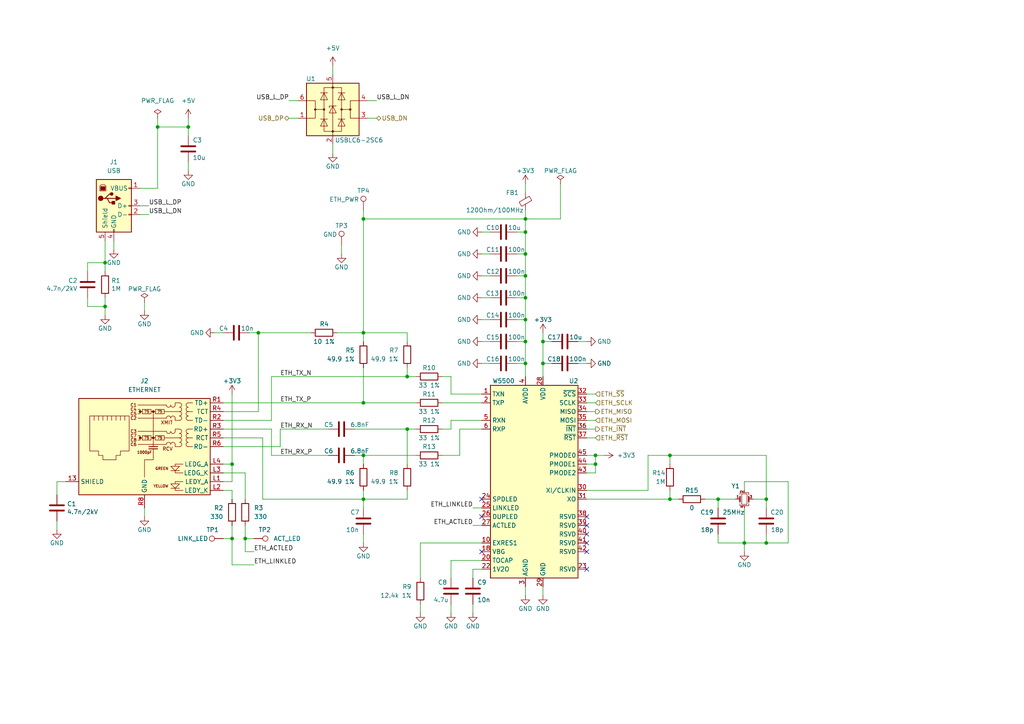
<source format=kicad_sch>
(kicad_sch (version 20211123) (generator eeschema)
  (paper "A4")
  (lib_symbols
    (symbol "Connector:RJ45_Amphenol_RJMG1BD3B8K1ANR"
      (property "Reference" "J" (at 19.05 15.24 0))
      (property "Value" "RJ45_Amphenol_RJMG1BD3B8K1ANR" (at -19.05 15.24 0))
      (symbol "RJ45_Amphenol_RJMG1BD3B8K1ANR_0_0"
        (circle (center -2.54 2.54) (radius 0.254) (stroke (width 0.254)) (fill (type outline)))
        (circle (center -2.54 10.16) (radius 0.254) (stroke (width 0.254)) (fill (type outline)))
        (polyline (pts (xy -7.62 -12.065) (xy -10.16 -12.065)))
        (polyline (pts (xy -7.62 -6.985) (xy -10.16 -6.985)))
        (polyline (pts (xy -2.54 10.16) (xy -2.54 0)))
        (polyline (pts (xy -1.27 -0.635) (xy -3.81 -0.635)) (stroke (width 0.254)))
        (polyline (pts (xy -1.27 0) (xy -3.81 0)) (stroke (width 0.254)))
        (polyline (pts (xy 1.27 2.54) (xy 0.635 2.54)))
        (polyline (pts (xy 1.27 10.16) (xy 0.635 10.16)))
        (polyline (pts (xy -11.176 -12.7) (xy -8.89 -12.7) (xy -8.89 -12.065)))
        (polyline (pts (xy -11.176 -10.16) (xy -8.89 -10.16) (xy -8.89 -10.795)))
        (polyline (pts (xy -11.176 -5.08) (xy -8.89 -5.08) (xy -8.89 -5.715)))
        (polyline (pts (xy -8.89 -6.985) (xy -8.89 -7.62) (xy -11.176 -7.62)))
        (polyline (pts (xy -10.16 -5.715) (xy -7.62 -5.715) (xy -8.89 -6.985) (xy -10.16 -5.715)))
        (polyline (pts (xy -7.62 -10.795) (xy -10.16 -10.795) (xy -8.89 -12.065) (xy -7.62 -10.795)))
        (polyline (pts (xy -2.54 -0.635) (xy -2.54 -3.81) (xy 0 -3.81) (xy 0 -8.89)))
        (polyline (pts (xy 1.905 3.175) (xy 1.27 3.175) (xy 1.27 1.905) (xy 1.905 1.905)))
        (polyline (pts (xy 1.905 10.795) (xy 1.27 10.795) (xy 1.27 9.525) (xy 1.905 9.525)))
        (circle (center 1.27 2.54) (radius 0.254) (stroke (width 0.254)) (fill (type outline)))
        (circle (center 1.27 10.16) (radius 0.254) (stroke (width 0.254)) (fill (type outline)))
        (text "1000pF" (at 0 -1.651 0) (effects (font (size 0.762 0.762))))
        (text "75" (at -4.445 2.54 0) (effects (font (size 0.762 0.762))))
        (text "75" (at -4.445 10.16 0) (effects (font (size 0.762 0.762))))
        (text "75" (at -0.635 2.54 0) (effects (font (size 0.762 0.762))))
        (text "75" (at -0.635 10.16 0) (effects (font (size 0.762 0.762))))
        (text "C1" (at 3.175 12.065 0) (effects (font (size 0.889 0.889))))
        (text "C2" (at 3.175 8.255 0) (effects (font (size 0.889 0.889))))
        (text "C3" (at 3.175 4.445 0) (effects (font (size 0.889 0.889))))
        (text "C4" (at 3.175 10.795 0) (effects (font (size 0.889 0.889))))
        (text "C5" (at 3.175 9.525 0) (effects (font (size 0.889 0.889))))
        (text "C6" (at 3.175 0.635 0) (effects (font (size 0.889 0.889))))
        (text "C7" (at 3.175 3.175 0) (effects (font (size 0.889 0.889))))
        (text "C8" (at 3.175 1.905 0) (effects (font (size 0.889 0.889))))
        (text "GREEN" (at -6.985 -6.35 0) (effects (font (size 0.762 0.762)) (justify left)))
        (text "RCV" (at -8.255 -0.635 0) (effects (font (size 1.016 1.016)) (justify left)))
        (text "XMIT" (at -8.255 6.985 0) (effects (font (size 1.016 1.016)) (justify left)))
        (text "YELLOW" (at -6.985 -11.43 0) (effects (font (size 0.762 0.762)) (justify left)))
      )
      (symbol "RJ45_Amphenol_RJMG1BD3B8K1ANR_0_1"
        (rectangle (start -19.05 -13.97) (end 19.05 13.97) (stroke (width 0.254)) (fill (type background)))
        (arc (start -12.7 0) (mid -12.065 0.635) (end -12.7 1.27))
        (arc (start -12.7 1.27) (mid -12.065 1.905) (end -12.7 2.54))
        (arc (start -12.7 2.54) (mid -12.065 3.175) (end -12.7 3.81))
        (arc (start -12.7 3.81) (mid -12.065 4.445) (end -12.7 5.08))
        (arc (start -12.7 7.62) (mid -12.065 8.255) (end -12.7 8.89))
        (arc (start -12.7 8.89) (mid -12.065 9.525) (end -12.7 10.16))
        (arc (start -12.7 10.16) (mid -12.065 10.795) (end -12.7 11.43))
        (arc (start -12.7 11.43) (mid -12.065 12.065) (end -12.7 12.7))
        (arc (start -10.16 1.27) (mid -10.795 0.635) (end -10.16 0))
        (arc (start -10.16 2.54) (mid -10.795 1.905) (end -10.16 1.27))
        (arc (start -10.16 3.81) (mid -10.795 3.175) (end -10.16 2.54))
        (arc (start -10.16 5.08) (mid -10.795 4.445) (end -10.16 3.81))
        (arc (start -10.16 8.89) (mid -10.795 8.255) (end -10.16 7.62))
        (arc (start -10.16 10.16) (mid -10.795 9.525) (end -10.16 8.89))
        (arc (start -10.16 11.43) (mid -10.795 10.795) (end -10.16 10.16))
        (arc (start -10.16 12.7) (mid -10.795 12.065) (end -10.16 11.43))
        (arc (start -8.89 4.445) (mid -8.255 3.81) (end -7.62 4.445))
        (arc (start -8.89 12.065) (mid -8.255 11.43) (end -7.62 12.065))
        (arc (start -7.62 0.635) (mid -8.255 1.27) (end -8.89 0.635))
        (arc (start -7.62 4.445) (mid -6.985 3.81) (end -6.35 4.445))
        (arc (start -7.62 8.255) (mid -8.255 8.89) (end -8.89 8.255))
        (arc (start -7.62 12.065) (mid -6.985 11.43) (end -6.35 12.065))
        (arc (start -6.35 0.635) (mid -6.985 1.27) (end -7.62 0.635))
        (arc (start -6.35 8.255) (mid -6.985 8.89) (end -7.62 8.255))
        (rectangle (start -5.715 3.175) (end -3.175 1.905))
        (rectangle (start -5.715 10.795) (end -3.175 9.525))
        (rectangle (start -1.905 3.175) (end 0.635 1.905))
        (rectangle (start -1.905 10.795) (end 0.635 9.525))
        (polyline (pts (xy -12.7 0) (xy -13.97 0)))
        (polyline (pts (xy -12.7 2.54) (xy -13.97 2.54)))
        (polyline (pts (xy -12.7 5.08) (xy -13.97 5.08)))
        (polyline (pts (xy -12.7 7.62) (xy -13.97 7.62)))
        (polyline (pts (xy -12.7 10.16) (xy -13.97 10.16)))
        (polyline (pts (xy -12.7 12.7) (xy -13.97 12.7)))
        (polyline (pts (xy -6.35 0.635) (xy 1.905 0.635)))
        (polyline (pts (xy -6.35 4.445) (xy 1.905 4.445)))
        (polyline (pts (xy -6.35 8.255) (xy 1.905 8.255)))
        (polyline (pts (xy -6.35 12.065) (xy 1.905 12.065)))
        (polyline (pts (xy -5.715 2.54) (xy -10.16 2.54)))
        (polyline (pts (xy -5.715 10.16) (xy -10.16 10.16)))
        (polyline (pts (xy -3.175 2.54) (xy -1.905 2.54)))
        (polyline (pts (xy -3.175 10.16) (xy -1.905 10.16)))
        (polyline (pts (xy 5.715 7.62) (xy 5.715 8.89)))
        (polyline (pts (xy 6.985 8.89) (xy 6.985 7.62)))
        (polyline (pts (xy 8.255 8.89) (xy 8.255 7.62)))
        (polyline (pts (xy 9.525 8.89) (xy 9.525 7.62)))
        (polyline (pts (xy 10.795 8.89) (xy 10.795 7.62)))
        (polyline (pts (xy 12.065 8.89) (xy 12.065 7.62)))
        (polyline (pts (xy 13.335 7.62) (xy 13.335 8.89)))
        (polyline (pts (xy 14.605 7.62) (xy 14.605 8.89)))
        (polyline (pts (xy -10.16 5.08) (xy -8.89 5.08) (xy -8.89 4.445)))
        (polyline (pts (xy -10.16 12.7) (xy -8.89 12.7) (xy -8.89 12.065)))
        (polyline (pts (xy -8.89 0.635) (xy -8.89 0) (xy -10.16 0)))
        (polyline (pts (xy -8.89 8.255) (xy -8.89 7.62) (xy -10.16 7.62)))
        (polyline (pts (xy 4.445 8.89) (xy 15.875 8.89) (xy 15.875 -1.27) (xy 13.335 -1.27) (xy 13.335 -2.54) (xy 12.065 -2.54) (xy 12.065 -3.81) (xy 8.255 -3.81) (xy 8.255 -2.54) (xy 6.985 -2.54) (xy 6.985 -1.27) (xy 4.445 -1.27) (xy 4.445 8.89)))
      )
      (symbol "RJ45_Amphenol_RJMG1BD3B8K1ANR_1_1"
        (pin passive line (at 22.86 -10.16 180) (length 3.81) (name "SHIELD") (number "13"))
        (pin passive line (at -22.86 -10.16 0) (length 3.81) (name "LEDY_A") (number "L1"))
        (pin passive line (at -22.86 -12.7 0) (length 3.81) (name "LEDY_K") (number "L2"))
        (pin passive line (at -22.86 -7.62 0) (length 3.81) (name "LEDG_K") (number "L3"))
        (pin passive line (at -22.86 -5.08 0) (length 3.81) (name "LEDG_A") (number "L4"))
        (pin passive line (at -22.86 12.7 0) (length 3.81) (name "TD+") (number "R1"))
        (pin passive line (at -22.86 7.62 0) (length 3.81) (name "TD-") (number "R2"))
        (pin passive line (at -22.86 5.08 0) (length 3.81) (name "RD+") (number "R3"))
        (pin passive line (at -22.86 10.16 0) (length 3.81) (name "TCT") (number "R4"))
        (pin passive line (at -22.86 2.54 0) (length 3.81) (name "RCT") (number "R5"))
        (pin passive line (at -22.86 0 0) (length 3.81) (name "RD-") (number "R6"))
        (pin no_connect line (at 5.08 -5.08 0) (length 0) hide (name "NC") (number "R7"))
        (pin power_in line (at 0 -17.78 90) (length 3.81) (name "GND") (number "R8"))
      )
    )
    (symbol "Connector:TestPoint" (pin_numbers hide) (pin_names (offset 0.762) hide)
      (property "Reference" "TP" (at 0 6.858 0))
      (property "Value" "TestPoint" (at 0 5.08 0))
      (symbol "TestPoint_0_1"
        (circle (center 0 3.302) (radius 0.762))
      )
      (symbol "TestPoint_1_1"
        (pin passive line (at 0 0 90) (length 2.54) (name "1") (number "1"))
      )
    )
    (symbol "Connector:USB_B" (pin_names (offset 1.016))
      (property "Reference" "J" (at -5.08 11.43 0))
      (property "Value" "USB_B" (at -5.08 8.89 0))
      (symbol "USB_B_0_1"
        (rectangle (start -5.08 -7.62) (end 5.08 7.62) (stroke (width 0.254)) (fill (type background)))
        (circle (center -3.81 2.159) (radius 0.635) (stroke (width 0.254)) (fill (type outline)))
        (rectangle (start -3.81 5.588) (end -2.54 4.572) (fill (type outline)))
        (circle (center -0.635 3.429) (radius 0.381) (stroke (width 0.254)) (fill (type outline)))
        (rectangle (start -0.127 -7.62) (end 0.127 -6.858))
        (polyline (pts (xy -1.905 2.159) (xy 0.635 2.159)) (stroke (width 0.254)))
        (polyline (pts (xy -3.175 2.159) (xy -2.54 2.159) (xy -1.27 3.429) (xy -0.635 3.429)) (stroke (width 0.254)))
        (polyline (pts (xy -2.54 2.159) (xy -1.905 2.159) (xy -1.27 0.889) (xy 0 0.889)) (stroke (width 0.254)))
        (polyline (pts (xy 0.635 2.794) (xy 0.635 1.524) (xy 1.905 2.159) (xy 0.635 2.794)) (stroke (width 0.254)) (fill (type outline)))
        (polyline (pts (xy -4.064 4.318) (xy -2.286 4.318) (xy -2.286 5.715) (xy -2.667 6.096) (xy -3.683 6.096) (xy -4.064 5.715) (xy -4.064 4.318)))
        (rectangle (start 0.254 1.27) (end -0.508 0.508) (stroke (width 0.254)) (fill (type outline)))
        (rectangle (start 5.08 -2.667) (end 4.318 -2.413))
        (rectangle (start 5.08 -0.127) (end 4.318 0.127))
        (rectangle (start 5.08 4.953) (end 4.318 5.207))
      )
      (symbol "USB_B_1_1"
        (pin power_out line (at 7.62 5.08 180) (length 2.54) (name "VBUS") (number "1"))
        (pin bidirectional line (at 7.62 -2.54 180) (length 2.54) (name "D-") (number "2"))
        (pin bidirectional line (at 7.62 0 180) (length 2.54) (name "D+") (number "3"))
        (pin power_out line (at 0 -10.16 90) (length 2.54) (name "GND") (number "4"))
        (pin passive line (at -2.54 -10.16 90) (length 2.54) (name "Shield") (number "5"))
      )
    )
    (symbol "Device:C" (pin_numbers hide) (pin_names (offset 0.254))
      (property "Reference" "C" (at 0.635 2.54 0))
      (property "Value" "C" (at 0.635 -2.54 0))
      (symbol "C_0_1"
        (polyline (pts (xy -2.032 -0.762) (xy 2.032 -0.762)) (stroke (width 0.508)))
        (polyline (pts (xy -2.032 0.762) (xy 2.032 0.762)) (stroke (width 0.508)))
      )
      (symbol "C_1_1"
        (pin passive line (at 0 3.81 270) (length 2.794) (name "~") (number "1"))
        (pin passive line (at 0 -3.81 90) (length 2.794) (name "~") (number "2"))
      )
    )
    (symbol "Device:Crystal_GND24_Small" (pin_names (offset 1.016) hide)
      (property "Reference" "Y" (at 1.27 4.445 0))
      (property "Value" "Crystal_GND24_Small" (at 1.27 2.54 0))
      (symbol "Crystal_GND24_Small_0_1"
        (rectangle (start -0.762 -1.524) (end 0.762 1.524))
        (polyline (pts (xy -1.27 -0.762) (xy -1.27 0.762)) (stroke (width 0.381)))
        (polyline (pts (xy 1.27 -0.762) (xy 1.27 0.762)) (stroke (width 0.381)))
        (polyline (pts (xy -1.27 -1.27) (xy -1.27 -1.905) (xy 1.27 -1.905) (xy 1.27 -1.27)))
        (polyline (pts (xy -1.27 1.27) (xy -1.27 1.905) (xy 1.27 1.905) (xy 1.27 1.27)))
      )
      (symbol "Crystal_GND24_Small_1_1"
        (pin passive line (at -2.54 0 0) (length 1.27) (name "1") (number "1"))
        (pin passive line (at 0 -2.54 90) (length 0.635) (name "2") (number "2"))
        (pin passive line (at 2.54 0 180) (length 1.27) (name "3") (number "3"))
        (pin passive line (at 0 2.54 270) (length 0.635) (name "4") (number "4"))
      )
    )
    (symbol "Device:FerriteBead_Small" (pin_numbers hide) (pin_names (offset 0))
      (property "Reference" "FB" (at 1.905 1.27 0))
      (property "Value" "FerriteBead_Small" (at 1.905 -1.27 0))
      (symbol "FerriteBead_Small_0_1"
        (polyline (pts (xy 0 -1.27) (xy 0 -0.7874)))
        (polyline (pts (xy 0 0.889) (xy 0 1.2954)))
        (polyline (pts (xy -1.8288 0.2794) (xy -1.1176 1.4986) (xy 1.8288 -0.2032) (xy 1.1176 -1.4224) (xy -1.8288 0.2794)))
      )
      (symbol "FerriteBead_Small_1_1"
        (pin passive line (at 0 2.54 270) (length 1.27) (name "~") (number "1"))
        (pin passive line (at 0 -2.54 90) (length 1.27) (name "~") (number "2"))
      )
    )
    (symbol "Device:R" (pin_numbers hide) (pin_names (offset 0))
      (property "Reference" "R" (at 2.032 0 90))
      (property "Value" "R" (at 0 0 90))
      (symbol "R_0_1"
        (rectangle (start -1.016 -2.54) (end 1.016 2.54) (stroke (width 0.254)))
      )
      (symbol "R_1_1"
        (pin passive line (at 0 3.81 270) (length 1.27) (name "~") (number "1"))
        (pin passive line (at 0 -3.81 90) (length 1.27) (name "~") (number "2"))
      )
    )
    (symbol "Interface_Ethernet:W5500"
      (property "Reference" "U" (at -11.43 29.21 0))
      (property "Value" "W5500" (at 8.89 29.21 0))
      (symbol "W5500_0_1"
        (rectangle (start -12.7 27.94) (end 12.7 -27.94) (stroke (width 0.254)) (fill (type background)))
      )
      (symbol "W5500_1_1"
        (pin output line (at 15.24 25.4 180) (length 2.54) (name "TXN") (number "1"))
        (pin passive line (at 15.24 -17.78 180) (length 2.54) (name "EXRES1") (number "10"))
        (pin passive line (at 2.54 30.48 270) (length 2.54) hide (name "AVDD") (number "11"))
        (pin no_connect line (at 12.7 7.62 180) (length 2.54) hide (name "NC") (number "12"))
        (pin no_connect line (at 12.7 5.08 180) (length 2.54) hide (name "NC") (number "13"))
        (pin passive line (at 2.54 -30.48 90) (length 2.54) hide (name "AGND") (number "14"))
        (pin passive line (at 2.54 30.48 270) (length 2.54) hide (name "AVDD") (number "15"))
        (pin passive line (at 2.54 -30.48 90) (length 2.54) hide (name "AGND") (number "16"))
        (pin passive line (at 2.54 30.48 270) (length 2.54) hide (name "AVDD") (number "17"))
        (pin passive line (at 15.24 -20.32 180) (length 2.54) (name "VBG") (number "18"))
        (pin passive line (at 2.54 -30.48 90) (length 2.54) hide (name "AGND") (number "19"))
        (pin output line (at 15.24 22.86 180) (length 2.54) (name "TXP") (number "2"))
        (pin passive line (at 15.24 -22.86 180) (length 2.54) (name "TOCAP") (number "20"))
        (pin passive line (at 2.54 30.48 270) (length 2.54) hide (name "AVDD") (number "21"))
        (pin output line (at 15.24 -25.4 180) (length 2.54) (name "1V2O") (number "22"))
        (pin input line (at -15.24 -25.4 0) (length 2.54) (name "RSVD") (number "23"))
        (pin output line (at 15.24 -5.08 180) (length 2.54) (name "SPDLED") (number "24"))
        (pin output line (at 15.24 -7.62 180) (length 2.54) (name "LINKLED") (number "25"))
        (pin output line (at 15.24 -10.16 180) (length 2.54) (name "DUPLED") (number "26"))
        (pin output line (at 15.24 -12.7 180) (length 2.54) (name "ACTLED") (number "27"))
        (pin power_in line (at -2.54 30.48 270) (length 2.54) (name "VDD") (number "28"))
        (pin power_in line (at -2.54 -30.48 90) (length 2.54) (name "GND") (number "29"))
        (pin power_in line (at 2.54 -30.48 90) (length 2.54) (name "AGND") (number "3"))
        (pin input line (at -15.24 -2.54 0) (length 2.54) (name "XI/CLKIN") (number "30"))
        (pin output line (at -15.24 -5.08 0) (length 2.54) (name "XO") (number "31"))
        (pin input line (at -15.24 25.4 0) (length 2.54) (name "~{SCS}") (number "32"))
        (pin input line (at -15.24 22.86 0) (length 2.54) (name "SCLK") (number "33"))
        (pin output line (at -15.24 20.32 0) (length 2.54) (name "MISO") (number "34"))
        (pin input line (at -15.24 17.78 0) (length 2.54) (name "MOSI") (number "35"))
        (pin input line (at -15.24 15.24 0) (length 2.54) (name "~{INT}") (number "36"))
        (pin input line (at -15.24 12.7 0) (length 2.54) (name "~{RST}") (number "37"))
        (pin input line (at -15.24 -10.16 0) (length 2.54) (name "RSVD") (number "38"))
        (pin input line (at -15.24 -12.7 0) (length 2.54) (name "RSVD") (number "39"))
        (pin power_in line (at 2.54 30.48 270) (length 2.54) (name "AVDD") (number "4"))
        (pin input line (at -15.24 -15.24 0) (length 2.54) (name "RSVD") (number "40"))
        (pin input line (at -15.24 -17.78 0) (length 2.54) (name "RSVD") (number "41"))
        (pin input line (at -15.24 -20.32 0) (length 2.54) (name "RSVD") (number "42"))
        (pin input line (at -15.24 2.54 0) (length 2.54) (name "PMODE2") (number "43"))
        (pin input line (at -15.24 5.08 0) (length 2.54) (name "PMODE1") (number "44"))
        (pin input line (at -15.24 7.62 0) (length 2.54) (name "PMODE0") (number "45"))
        (pin no_connect line (at 12.7 2.54 180) (length 2.54) hide (name "NC") (number "46"))
        (pin no_connect line (at 12.7 0 180) (length 2.54) hide (name "NC") (number "47"))
        (pin passive line (at 2.54 -30.48 90) (length 2.54) hide (name "AGND") (number "48"))
        (pin input line (at 15.24 17.78 180) (length 2.54) (name "RXN") (number "5"))
        (pin input line (at 15.24 15.24 180) (length 2.54) (name "RXP") (number "6"))
        (pin no_connect line (at 12.7 10.16 180) (length 2.54) hide (name "DNC") (number "7"))
        (pin passive line (at 2.54 30.48 270) (length 2.54) hide (name "AVDD") (number "8"))
        (pin passive line (at 2.54 -30.48 90) (length 2.54) hide (name "AGND") (number "9"))
      )
    )
    (symbol "Power_Protection:USBLC6-2SC6" (pin_names hide)
      (property "Reference" "U" (at 2.54 8.89 0))
      (property "Value" "USBLC6-2SC6" (at 2.54 -8.89 0))
      (symbol "USBLC6-2SC6_0_1"
        (rectangle (start -7.62 -7.62) (end 7.62 7.62) (stroke (width 0.254)) (fill (type background)))
        (circle (center -5.08 0) (radius 0.254) (fill (type outline)))
        (circle (center -2.54 0) (radius 0.254) (fill (type outline)))
        (rectangle (start -2.54 6.35) (end 2.54 -6.35))
        (circle (center 0 -6.35) (radius 0.254) (fill (type outline)))
        (polyline (pts (xy -5.08 -2.54) (xy -7.62 -2.54)))
        (polyline (pts (xy -5.08 0) (xy -5.08 -2.54)))
        (polyline (pts (xy -5.08 2.54) (xy -7.62 2.54)))
        (polyline (pts (xy -1.524 -2.794) (xy -3.556 -2.794)))
        (polyline (pts (xy -1.524 4.826) (xy -3.556 4.826)))
        (polyline (pts (xy 0 -7.62) (xy 0 -6.35)))
        (polyline (pts (xy 0 -6.35) (xy 0 1.27)))
        (polyline (pts (xy 0 1.27) (xy 0 6.35)))
        (polyline (pts (xy 0 6.35) (xy 0 7.62)))
        (polyline (pts (xy 1.524 -2.794) (xy 3.556 -2.794)))
        (polyline (pts (xy 1.524 4.826) (xy 3.556 4.826)))
        (polyline (pts (xy 5.08 -2.54) (xy 7.62 -2.54)))
        (polyline (pts (xy 5.08 0) (xy 5.08 -2.54)))
        (polyline (pts (xy 5.08 2.54) (xy 7.62 2.54)))
        (polyline (pts (xy -2.54 0) (xy -5.08 0) (xy -5.08 2.54)))
        (polyline (pts (xy 2.54 0) (xy 5.08 0) (xy 5.08 2.54)))
        (polyline (pts (xy -3.556 -4.826) (xy -1.524 -4.826) (xy -2.54 -2.794) (xy -3.556 -4.826)))
        (polyline (pts (xy -3.556 2.794) (xy -1.524 2.794) (xy -2.54 4.826) (xy -3.556 2.794)))
        (polyline (pts (xy -1.016 -1.016) (xy 1.016 -1.016) (xy 0 1.016) (xy -1.016 -1.016)))
        (polyline (pts (xy 1.016 1.016) (xy 0.762 1.016) (xy -1.016 1.016) (xy -1.016 0.508)))
        (polyline (pts (xy 3.556 -4.826) (xy 1.524 -4.826) (xy 2.54 -2.794) (xy 3.556 -4.826)))
        (polyline (pts (xy 3.556 2.794) (xy 1.524 2.794) (xy 2.54 4.826) (xy 3.556 2.794)))
        (circle (center 0 6.35) (radius 0.254) (fill (type outline)))
        (circle (center 2.54 0) (radius 0.254) (fill (type outline)))
        (circle (center 5.08 0) (radius 0.254) (fill (type outline)))
      )
      (symbol "USBLC6-2SC6_1_1"
        (pin passive line (at -10.16 -2.54 0) (length 2.54) (name "I/O1") (number "1"))
        (pin passive line (at 0 -10.16 90) (length 2.54) (name "GND") (number "2"))
        (pin passive line (at 10.16 -2.54 180) (length 2.54) (name "I/O2") (number "3"))
        (pin passive line (at 10.16 2.54 180) (length 2.54) (name "I/O2") (number "4"))
        (pin passive line (at 0 10.16 270) (length 2.54) (name "VBUS") (number "5"))
        (pin passive line (at -10.16 2.54 0) (length 2.54) (name "I/O1") (number "6"))
      )
    )
    (symbol "power:+3V3" (power) (pin_names (offset 0))
      (property "Value" "+3V3" (at 0 3.556 0))
      (symbol "+3V3_0_1"
        (polyline (pts (xy -0.762 1.27) (xy 0 2.54)))
        (polyline (pts (xy 0 0) (xy 0 2.54)))
        (polyline (pts (xy 0 2.54) (xy 0.762 1.27)))
      )
      (symbol "+3V3_1_1"
        (pin power_in line (at 0 0 90) (length 0) hide (name "+3V3") (number "1"))
      )
    )
    (symbol "power:+5V" (power) (pin_names (offset 0))
      (property "Value" "+5V" (at 0 3.556 0))
      (symbol "+5V_0_1"
        (polyline (pts (xy -0.762 1.27) (xy 0 2.54)))
        (polyline (pts (xy 0 0) (xy 0 2.54)))
        (polyline (pts (xy 0 2.54) (xy 0.762 1.27)))
      )
      (symbol "+5V_1_1"
        (pin power_in line (at 0 0 90) (length 0) hide (name "+5V") (number "1"))
      )
    )
    (symbol "power:GND" (power) (pin_names (offset 0))
      (property "Value" "GND" (at 0 -3.81 0))
      (symbol "GND_0_1"
        (polyline (pts (xy 0 0) (xy 0 -1.27) (xy 1.27 -1.27) (xy 0 -2.54) (xy -1.27 -1.27) (xy 0 -1.27)))
      )
      (symbol "GND_1_1"
        (pin power_in line (at 0 0 270) (length 0) hide (name "GND") (number "1"))
      )
    )
    (symbol "power:PWR_FLAG" (power) (pin_numbers hide) (pin_names (offset 0) hide)
      (property "Value" "PWR_FLAG" (at 0 3.81 0))
      (symbol "PWR_FLAG_0_0"
        (pin power_out line (at 0 0 90) (length 0) (name "pwr") (number "1"))
      )
      (symbol "PWR_FLAG_0_1"
        (polyline (pts (xy 0 0) (xy 0 1.27) (xy -1.016 1.905) (xy 0 2.54) (xy 1.016 1.905) (xy 0 1.27)))
      )
    )
  )
  (junction (at 67.31 156.21) (diameter 0.9144))
  (junction (at 172.72 132.08) (diameter 0.9144))
  (junction (at 152.4 63.5) (diameter 0.9144))
  (junction (at 172.72 134.62) (diameter 0.9144))
  (junction (at 118.11 109.22) (diameter 0.9144))
  (junction (at 194.31 132.08) (diameter 0.9144))
  (junction (at 45.72 36.83) (diameter 0.9144))
  (junction (at 152.4 99.06) (diameter 0.9144))
  (junction (at 222.25 157.48) (diameter 0.9144))
  (junction (at 105.41 116.84) (diameter 0.9144))
  (junction (at 105.41 144.78) (diameter 0.9144))
  (junction (at 152.4 73.66) (diameter 0.9144))
  (junction (at 152.4 105.41) (diameter 0.9144))
  (junction (at 74.93 96.52) (diameter 0.9144))
  (junction (at 105.41 63.5) (diameter 0.9144))
  (junction (at 71.12 156.21) (diameter 0.9144))
  (junction (at 30.48 76.2) (diameter 0.9144))
  (junction (at 222.25 144.78) (diameter 0.9144))
  (junction (at 105.41 96.52) (diameter 0.9144))
  (junction (at 215.9 157.48) (diameter 0.9144))
  (junction (at 152.4 67.31) (diameter 0.9144))
  (junction (at 194.31 144.78) (diameter 0.9144))
  (junction (at 54.61 36.83) (diameter 0.9144))
  (junction (at 67.31 134.62) (diameter 0.9144))
  (junction (at 152.4 86.36) (diameter 0.9144))
  (junction (at 157.48 105.41) (diameter 0.9144))
  (junction (at 105.41 132.08) (diameter 0.9144))
  (junction (at 30.48 88.9) (diameter 0.9144))
  (junction (at 208.28 144.78) (diameter 0.9144))
  (junction (at 157.48 99.06) (diameter 0.9144))
  (junction (at 118.11 124.46) (diameter 0.9144))
  (junction (at 152.4 80.01) (diameter 0.9144))
  (junction (at 152.4 92.71) (diameter 0.9144))
  (no_connect (at 139.7 144.78))
  (no_connect (at 139.7 149.86))
  (no_connect (at 170.18 160.02))
  (no_connect (at 170.18 157.48))
  (no_connect (at 170.18 154.94))
  (no_connect (at 170.18 149.86))
  (no_connect (at 139.7 160.02))
  (no_connect (at 170.18 152.4))
  (no_connect (at 170.18 165.1))
  (wire (pts (xy 74.93 96.52) (xy 74.93 119.38)))
  (wire (pts (xy 228.6 157.48) (xy 222.25 157.48)))
  (wire (pts (xy 78.74 121.92) (xy 78.74 109.22)))
  (wire (pts (xy 194.31 132.08) (xy 194.31 134.62)))
  (wire (pts (xy 152.4 86.36) (xy 149.86 86.36)))
  (wire (pts (xy 152.4 63.5) (xy 162.56 63.5)))
  (wire (pts (xy 40.64 59.69) (xy 43.18 59.69)))
  (wire (pts (xy 83.82 34.29) (xy 86.36 34.29)))
  (wire (pts (xy 105.41 63.5) (xy 105.41 96.52)))
  (wire (pts (xy 172.72 134.62) (xy 170.18 134.62)))
  (wire (pts (xy 149.86 67.31) (xy 152.4 67.31)))
  (wire (pts (xy 137.16 175.26) (xy 137.16 177.8)))
  (wire (pts (xy 105.41 144.78) (xy 105.41 142.24)))
  (wire (pts (xy 218.44 144.78) (xy 222.25 144.78)))
  (wire (pts (xy 130.81 124.46) (xy 128.27 124.46)))
  (wire (pts (xy 74.93 96.52) (xy 72.39 96.52)))
  (wire (pts (xy 30.48 88.9) (xy 30.48 91.44)))
  (wire (pts (xy 105.41 60.96) (xy 105.41 63.5)))
  (wire (pts (xy 215.9 157.48) (xy 215.9 160.02)))
  (wire (pts (xy 208.28 144.78) (xy 208.28 147.32)))
  (wire (pts (xy 170.18 105.41) (xy 167.64 105.41)))
  (wire (pts (xy 81.28 124.46) (xy 81.28 129.54)))
  (wire (pts (xy 40.64 54.61) (xy 45.72 54.61)))
  (wire (pts (xy 54.61 36.83) (xy 54.61 39.37)))
  (wire (pts (xy 194.31 132.08) (xy 187.96 132.08)))
  (wire (pts (xy 118.11 96.52) (xy 105.41 96.52)))
  (wire (pts (xy 67.31 114.3) (xy 67.31 134.62)))
  (wire (pts (xy 139.7 80.01) (xy 142.24 80.01)))
  (wire (pts (xy 67.31 152.4) (xy 67.31 156.21)))
  (wire (pts (xy 78.74 132.08) (xy 78.74 124.46)))
  (wire (pts (xy 130.81 114.3) (xy 130.81 109.22)))
  (wire (pts (xy 152.4 60.96) (xy 152.4 63.5)))
  (wire (pts (xy 71.12 156.21) (xy 73.66 156.21)))
  (wire (pts (xy 64.77 137.16) (xy 71.12 137.16)))
  (wire (pts (xy 152.4 86.36) (xy 152.4 80.01)))
  (wire (pts (xy 152.4 63.5) (xy 105.41 63.5)))
  (wire (pts (xy 67.31 142.24) (xy 67.31 144.78)))
  (wire (pts (xy 228.6 139.7) (xy 228.6 157.48)))
  (wire (pts (xy 215.9 147.32) (xy 215.9 157.48)))
  (wire (pts (xy 30.48 88.9) (xy 30.48 86.36)))
  (wire (pts (xy 175.26 132.08) (xy 172.72 132.08)))
  (wire (pts (xy 139.7 121.92) (xy 130.81 121.92)))
  (wire (pts (xy 157.48 96.52) (xy 157.48 99.06)))
  (wire (pts (xy 73.66 163.83) (xy 67.31 163.83)))
  (wire (pts (xy 95.25 132.08) (xy 78.74 132.08)))
  (wire (pts (xy 67.31 134.62) (xy 64.77 134.62)))
  (wire (pts (xy 120.65 109.22) (xy 118.11 109.22)))
  (wire (pts (xy 157.48 109.22) (xy 157.48 105.41)))
  (wire (pts (xy 133.35 132.08) (xy 128.27 132.08)))
  (wire (pts (xy 152.4 73.66) (xy 149.86 73.66)))
  (wire (pts (xy 152.4 105.41) (xy 149.86 105.41)))
  (wire (pts (xy 152.4 99.06) (xy 149.86 99.06)))
  (wire (pts (xy 162.56 63.5) (xy 162.56 53.34)))
  (wire (pts (xy 120.65 132.08) (xy 105.41 132.08)))
  (wire (pts (xy 222.25 132.08) (xy 194.31 132.08)))
  (wire (pts (xy 172.72 127) (xy 170.18 127)))
  (wire (pts (xy 137.16 165.1) (xy 139.7 165.1)))
  (wire (pts (xy 45.72 36.83) (xy 54.61 36.83)))
  (wire (pts (xy 194.31 144.78) (xy 170.18 144.78)))
  (wire (pts (xy 64.77 96.52) (xy 62.23 96.52)))
  (wire (pts (xy 139.7 147.32) (xy 137.16 147.32)))
  (wire (pts (xy 196.85 144.78) (xy 194.31 144.78)))
  (wire (pts (xy 139.7 116.84) (xy 128.27 116.84)))
  (wire (pts (xy 130.81 121.92) (xy 130.81 124.46)))
  (wire (pts (xy 139.7 124.46) (xy 133.35 124.46)))
  (wire (pts (xy 64.77 121.92) (xy 78.74 121.92)))
  (wire (pts (xy 157.48 99.06) (xy 160.02 99.06)))
  (wire (pts (xy 187.96 132.08) (xy 187.96 142.24)))
  (wire (pts (xy 139.7 157.48) (xy 121.92 157.48)))
  (wire (pts (xy 170.18 137.16) (xy 172.72 137.16)))
  (wire (pts (xy 41.91 147.32) (xy 41.91 149.86)))
  (wire (pts (xy 105.41 96.52) (xy 97.79 96.52)))
  (wire (pts (xy 106.68 29.21) (xy 109.22 29.21)))
  (wire (pts (xy 118.11 99.06) (xy 118.11 96.52)))
  (wire (pts (xy 81.28 129.54) (xy 64.77 129.54)))
  (wire (pts (xy 222.25 144.78) (xy 222.25 132.08)))
  (wire (pts (xy 25.4 78.74) (xy 25.4 76.2)))
  (wire (pts (xy 170.18 99.06) (xy 167.64 99.06)))
  (wire (pts (xy 160.02 105.41) (xy 157.48 105.41)))
  (wire (pts (xy 222.25 144.78) (xy 222.25 147.32)))
  (wire (pts (xy 67.31 156.21) (xy 67.31 163.83)))
  (wire (pts (xy 152.4 99.06) (xy 152.4 92.71)))
  (wire (pts (xy 121.92 157.48) (xy 121.92 167.64)))
  (wire (pts (xy 95.25 124.46) (xy 81.28 124.46)))
  (wire (pts (xy 157.48 105.41) (xy 157.48 99.06)))
  (wire (pts (xy 105.41 144.78) (xy 105.41 147.32)))
  (wire (pts (xy 105.41 154.94) (xy 105.41 157.48)))
  (wire (pts (xy 105.41 96.52) (xy 105.41 99.06)))
  (wire (pts (xy 71.12 137.16) (xy 71.12 144.78)))
  (wire (pts (xy 152.4 170.18) (xy 152.4 172.72)))
  (wire (pts (xy 64.77 156.21) (xy 67.31 156.21)))
  (wire (pts (xy 96.52 19.05) (xy 96.52 21.59)))
  (wire (pts (xy 172.72 114.3) (xy 170.18 114.3)))
  (wire (pts (xy 213.36 144.78) (xy 208.28 144.78)))
  (wire (pts (xy 172.72 137.16) (xy 172.72 134.62)))
  (wire (pts (xy 139.7 105.41) (xy 142.24 105.41)))
  (wire (pts (xy 133.35 124.46) (xy 133.35 132.08)))
  (wire (pts (xy 76.2 127) (xy 64.77 127)))
  (wire (pts (xy 83.82 29.21) (xy 86.36 29.21)))
  (wire (pts (xy 54.61 46.99) (xy 54.61 49.53)))
  (wire (pts (xy 25.4 86.36) (xy 25.4 88.9)))
  (wire (pts (xy 137.16 167.64) (xy 137.16 165.1)))
  (wire (pts (xy 208.28 157.48) (xy 208.28 154.94)))
  (wire (pts (xy 152.4 80.01) (xy 152.4 73.66)))
  (wire (pts (xy 74.93 119.38) (xy 64.77 119.38)))
  (wire (pts (xy 118.11 124.46) (xy 118.11 134.62)))
  (wire (pts (xy 40.64 62.23) (xy 43.18 62.23)))
  (wire (pts (xy 215.9 142.24) (xy 215.9 139.7)))
  (wire (pts (xy 67.31 139.7) (xy 67.31 134.62)))
  (wire (pts (xy 96.52 41.91) (xy 96.52 44.45)))
  (wire (pts (xy 215.9 139.7) (xy 228.6 139.7)))
  (wire (pts (xy 64.77 142.24) (xy 67.31 142.24)))
  (wire (pts (xy 172.72 116.84) (xy 170.18 116.84)))
  (wire (pts (xy 30.48 69.85) (xy 30.48 76.2)))
  (wire (pts (xy 152.4 67.31) (xy 152.4 73.66)))
  (wire (pts (xy 139.7 99.06) (xy 142.24 99.06)))
  (wire (pts (xy 45.72 34.29) (xy 45.72 36.83)))
  (wire (pts (xy 16.51 151.13) (xy 16.51 153.67)))
  (wire (pts (xy 139.7 86.36) (xy 142.24 86.36)))
  (wire (pts (xy 41.91 87.63) (xy 41.91 90.17)))
  (wire (pts (xy 76.2 144.78) (xy 76.2 127)))
  (wire (pts (xy 172.72 132.08) (xy 170.18 132.08)))
  (wire (pts (xy 152.4 109.22) (xy 152.4 105.41)))
  (wire (pts (xy 152.4 53.34) (xy 152.4 55.88)))
  (wire (pts (xy 73.66 160.02) (xy 71.12 160.02)))
  (wire (pts (xy 194.31 142.24) (xy 194.31 144.78)))
  (wire (pts (xy 19.05 139.7) (xy 16.51 139.7)))
  (wire (pts (xy 172.72 124.46) (xy 170.18 124.46)))
  (wire (pts (xy 142.24 67.31) (xy 139.7 67.31)))
  (wire (pts (xy 152.4 92.71) (xy 152.4 86.36)))
  (wire (pts (xy 118.11 144.78) (xy 105.41 144.78)))
  (wire (pts (xy 139.7 114.3) (xy 130.81 114.3)))
  (wire (pts (xy 118.11 124.46) (xy 102.87 124.46)))
  (wire (pts (xy 172.72 134.62) (xy 172.72 132.08)))
  (wire (pts (xy 16.51 139.7) (xy 16.51 143.51)))
  (wire (pts (xy 33.02 69.85) (xy 33.02 72.39)))
  (wire (pts (xy 172.72 121.92) (xy 170.18 121.92)))
  (wire (pts (xy 64.77 116.84) (xy 105.41 116.84)))
  (wire (pts (xy 106.68 34.29) (xy 109.22 34.29)))
  (wire (pts (xy 187.96 142.24) (xy 170.18 142.24)))
  (wire (pts (xy 139.7 73.66) (xy 142.24 73.66)))
  (wire (pts (xy 118.11 142.24) (xy 118.11 144.78)))
  (wire (pts (xy 105.41 106.68) (xy 105.41 116.84)))
  (wire (pts (xy 130.81 109.22) (xy 128.27 109.22)))
  (wire (pts (xy 152.4 105.41) (xy 152.4 99.06)))
  (wire (pts (xy 120.65 124.46) (xy 118.11 124.46)))
  (wire (pts (xy 152.4 80.01) (xy 149.86 80.01)))
  (wire (pts (xy 130.81 175.26) (xy 130.81 177.8)))
  (wire (pts (xy 215.9 157.48) (xy 222.25 157.48)))
  (wire (pts (xy 25.4 76.2) (xy 30.48 76.2)))
  (wire (pts (xy 25.4 88.9) (xy 30.48 88.9)))
  (wire (pts (xy 139.7 152.4) (xy 137.16 152.4)))
  (wire (pts (xy 139.7 92.71) (xy 142.24 92.71)))
  (wire (pts (xy 222.25 157.48) (xy 222.25 154.94)))
  (wire (pts (xy 157.48 170.18) (xy 157.48 172.72)))
  (wire (pts (xy 105.41 144.78) (xy 76.2 144.78)))
  (wire (pts (xy 118.11 109.22) (xy 78.74 109.22)))
  (wire (pts (xy 152.4 67.31) (xy 152.4 63.5)))
  (wire (pts (xy 45.72 54.61) (xy 45.72 36.83)))
  (wire (pts (xy 120.65 116.84) (xy 105.41 116.84)))
  (wire (pts (xy 152.4 92.71) (xy 149.86 92.71)))
  (wire (pts (xy 208.28 144.78) (xy 204.47 144.78)))
  (wire (pts (xy 105.41 132.08) (xy 102.87 132.08)))
  (wire (pts (xy 78.74 124.46) (xy 64.77 124.46)))
  (wire (pts (xy 30.48 76.2) (xy 30.48 78.74)))
  (wire (pts (xy 90.17 96.52) (xy 74.93 96.52)))
  (wire (pts (xy 172.72 119.38) (xy 170.18 119.38)))
  (wire (pts (xy 130.81 162.56) (xy 130.81 167.64)))
  (wire (pts (xy 71.12 152.4) (xy 71.12 156.21)))
  (wire (pts (xy 71.12 156.21) (xy 71.12 160.02)))
  (wire (pts (xy 118.11 109.22) (xy 118.11 106.68)))
  (wire (pts (xy 139.7 162.56) (xy 130.81 162.56)))
  (wire (pts (xy 121.92 175.26) (xy 121.92 177.8)))
  (wire (pts (xy 64.77 139.7) (xy 67.31 139.7)))
  (wire (pts (xy 105.41 132.08) (xy 105.41 134.62)))
  (wire (pts (xy 99.06 71.12) (xy 99.06 73.66)))
  (wire (pts (xy 215.9 157.48) (xy 208.28 157.48)))
  (wire (pts (xy 54.61 34.29) (xy 54.61 36.83)))
  (label "USB_L_DP" (at 43.18 59.69 0))
  (label "ETH_RX_P" (at 81.28 132.08 0))
  (label "USB_L_DN" (at 109.22 29.21 0))
  (label "USB_L_DP" (at 83.82 29.21 180))
  (label "ETH_ACTLED" (at 137.16 152.4 180))
  (label "ETH_LINKLED" (at 137.16 147.32 180))
  (label "ETH_TX_P" (at 81.28 116.84 0))
  (label "ETH_LINKLED" (at 73.66 163.83 0))
  (label "ETH_ACTLED" (at 73.66 160.02 0))
  (label "ETH_RX_N" (at 81.28 124.46 0))
  (label "USB_L_DN" (at 43.18 62.23 0))
  (label "ETH_TX_N" (at 81.28 109.22 0))
  (hierarchical_label "ETH_MISO" (shape output) (at 172.72 119.38 0))
  (hierarchical_label "ETH_MOSI" (shape input) (at 172.72 121.92 0))
  (hierarchical_label "USB_DN" (shape bidirectional) (at 109.22 34.29 0))
  (hierarchical_label "ETH_~{RST}" (shape input) (at 172.72 127 0))
  (hierarchical_label "USB_DP" (shape bidirectional) (at 83.82 34.29 180))
  (hierarchical_label "ETH_SCLK" (shape input) (at 172.72 116.84 0))
  (hierarchical_label "ETH_~{SS}" (shape input) (at 172.72 114.3 0))
  (hierarchical_label "ETH_~{INT}" (shape output) (at 172.72 124.46 0))
  (symbol (lib_id "power:GND") (at 41.91 90.17 0) (unit 1)
    (property "Reference" "#PWR04" (effects hide))
    (property "Value" "GND" (at 41.91 93.98 0))
  )
  (symbol (lib_id "power:GND") (at 152.4 172.72 0) (mirror y) (unit 1)
    (property "Reference" "#PWR025" (effects hide))
    (property "Value" "GND" (at 152.4 176.53 0))
  )
  (symbol (lib_id "Device:R") (at 67.31 148.59 0) (mirror y) (unit 1)
    (property "Reference" "R2" (at 64.77 147.3199 0) (effects (justify left)))
    (property "Value" "330" (at 64.77 149.8599 0) (effects (justify left)))
    (property "Footprint" "Resistor_SMD:R_0402_1005Metric" (effects hide))
  )
  (symbol (lib_id "Device:C") (at 146.05 92.71 90) (unit 1)
    (property "Reference" "C14" (at 140.9701 91.44 90) (effects (justify right)))
    (property "Value" "100n" (at 147.3201 91.44 90) (effects (justify right)))
    (property "Footprint" "Capacitor_SMD:C_0402_1005Metric" (effects hide))
  )
  (symbol (lib_id "Device:R") (at 124.46 109.22 270) (mirror x) (unit 1)
    (property "Reference" "R10" (at 124.46 106.68 90))
    (property "Value" "33 1%" (at 124.46 111.76 90))
    (property "Footprint" "Resistor_SMD:R_0603_1608Metric" (effects hide))
  )
  (symbol (lib_id "power:+3V3") (at 157.48 96.52 0) (mirror y) (unit 1)
    (property "Reference" "#PWR026" (effects hide))
    (property "Value" "+3V3" (at 157.48 92.71 0))
  )
  (symbol (lib_id "Device:C") (at 25.4 82.55 0) (mirror x) (unit 1)
    (property "Reference" "C2" (at 22.479 81.3816 0) (effects (justify right)))
    (property "Value" "4.7n/2kV" (at 22.479 83.693 0) (effects (justify right)))
    (property "Footprint" "Capacitor_SMD:C_1812_4532Metric" (effects hide))
    (property "Part Number" "202S43W472KV4E" (effects hide))
  )
  (symbol (lib_id "Device:FerriteBead_Small") (at 152.4 58.42 0) (mirror y) (unit 1)
    (property "Reference" "FB1" (at 148.59 55.88 0))
    (property "Value" "120Ohm/100MHz" (at 143.51 60.96 0))
    (property "Footprint" "Inductor_SMD:L_0805_2012Metric" (effects hide))
  )
  (symbol (lib_id "Device:R") (at 124.46 132.08 270) (mirror x) (unit 1)
    (property "Reference" "R13" (at 124.46 129.54 90))
    (property "Value" "33 1%" (at 124.46 134.62 90))
    (property "Footprint" "Resistor_SMD:R_0603_1608Metric" (effects hide))
  )
  (symbol (lib_id "Device:R") (at 200.66 144.78 270) (mirror x) (unit 1)
    (property "Reference" "R15" (at 200.66 142.24 90))
    (property "Value" "0" (at 200.66 147.32 90))
    (property "Footprint" "Resistor_SMD:R_0402_1005Metric" (effects hide))
  )
  (symbol (lib_id "power:+5V") (at 54.61 34.29 0) (unit 1)
    (property "Reference" "#PWR06" (effects hide))
    (property "Value" "+5V" (at 54.61 29.21 0))
  )
  (symbol (lib_id "Device:R") (at 105.41 102.87 0) (mirror y) (unit 1)
    (property "Reference" "R5" (at 102.87 101.5999 0) (effects (justify left)))
    (property "Value" "49.9 1%" (at 102.87 104.1399 0) (effects (justify left)))
    (property "Footprint" "Resistor_SMD:R_0603_1608Metric" (effects hide))
  )
  (symbol (lib_id "Device:C") (at 146.05 80.01 90) (unit 1)
    (property "Reference" "C12" (at 140.9701 78.74 90) (effects (justify right)))
    (property "Value" "100n" (at 147.3201 78.74 90) (effects (justify right)))
    (property "Footprint" "Capacitor_SMD:C_0402_1005Metric" (effects hide))
  )
  (symbol (lib_id "Device:C") (at 146.05 99.06 90) (unit 1)
    (property "Reference" "C15" (at 140.9701 97.79 90) (effects (justify right)))
    (property "Value" "100n" (at 147.3201 97.79 90) (effects (justify right)))
    (property "Footprint" "Capacitor_SMD:C_0402_1005Metric" (effects hide))
  )
  (symbol (lib_id "Device:C") (at 163.83 99.06 90) (unit 1)
    (property "Reference" "C17" (at 158.7501 97.79 90) (effects (justify right)))
    (property "Value" "10u" (at 165.1001 97.79 90) (effects (justify right)))
    (property "Footprint" "Capacitor_SMD:C_0603_1608Metric" (effects hide))
  )
  (symbol (lib_id "Interface_Ethernet:W5500") (at 154.94 139.7 0) (mirror y) (unit 1)
    (property "Reference" "U2" (at 166.37 110.49 0))
    (property "Value" "W5500" (at 146.05 110.49 0))
    (property "Footprint" "Package_QFP:LQFP-48_7x7mm_P0.5mm" (effects hide))
    (property "Datasheet" "http://wizwiki.net/wiki/lib/exe/fetch.php/products:w5500:w5500_ds_v109e.pdf" (effects hide))
  )
  (symbol (lib_id "power:GND") (at 139.7 67.31 270) (mirror x) (unit 1)
    (property "Reference" "#PWR017" (effects hide))
    (property "Value" "GND" (at 134.62 67.31 90))
  )
  (symbol (lib_id "Device:C") (at 222.25 151.13 0) (mirror y) (unit 1)
    (property "Reference" "C20" (at 227.33 148.5899 0) (effects (justify left)))
    (property "Value" "18p" (at 227.33 153.6699 0) (effects (justify left)))
    (property "Footprint" "Capacitor_SMD:C_0402_1005Metric" (effects hide))
  )
  (symbol (lib_id "Device:C") (at 146.05 67.31 90) (unit 1)
    (property "Reference" "C10" (at 140.9701 66.04 90) (effects (justify right)))
    (property "Value" "10u" (at 147.3201 66.04 90) (effects (justify right)))
    (property "Footprint" "Capacitor_SMD:C_0603_1608Metric" (effects hide))
  )
  (symbol (lib_id "Connector:TestPoint") (at 64.77 156.21 90) (mirror x) (unit 1)
    (property "Reference" "TP1" (at 61.6584 153.67 90))
    (property "Value" "LINK_LED" (at 60.3884 156.21 90) (effects (justify left)))
    (property "Footprint" "TestPoint:TestPoint_Pad_D1.0mm" (effects hide))
  )
  (symbol (lib_id "Device:R") (at 124.46 116.84 270) (mirror x) (unit 1)
    (property "Reference" "R11" (at 124.46 114.3 90))
    (property "Value" "33 1%" (at 124.46 119.38 90))
    (property "Footprint" "Resistor_SMD:R_0603_1608Metric" (effects hide))
  )
  (symbol (lib_id "Device:C") (at 146.05 86.36 90) (unit 1)
    (property "Reference" "C13" (at 144.7801 85.09 90) (effects (justify left)))
    (property "Value" "100n" (at 147.3201 85.09 90) (effects (justify right)))
    (property "Footprint" "Capacitor_SMD:C_0402_1005Metric" (effects hide))
  )
  (symbol (lib_id "Device:R") (at 121.92 171.45 0) (mirror y) (unit 1)
    (property "Reference" "R9" (at 119.38 170.1799 0) (effects (justify left)))
    (property "Value" "12.4k 1%" (at 119.38 172.7199 0) (effects (justify left)))
    (property "Footprint" "Resistor_SMD:R_0402_1005Metric" (effects hide))
  )
  (symbol (lib_id "Device:R") (at 124.46 124.46 270) (mirror x) (unit 1)
    (property "Reference" "R12" (at 124.46 121.92 90))
    (property "Value" "33 1%" (at 124.46 127 90))
    (property "Footprint" "Resistor_SMD:R_0603_1608Metric" (effects hide))
  )
  (symbol (lib_id "Device:C") (at 99.06 124.46 90) (unit 1)
    (property "Reference" "C5" (at 93.9801 123.19 90) (effects (justify right)))
    (property "Value" "6.8nF" (at 101.6001 123.19 90) (effects (justify right)))
    (property "Footprint" "Capacitor_SMD:C_0402_1005Metric" (effects hide))
  )
  (symbol (lib_id "power:PWR_FLAG") (at 45.72 34.29 0) (unit 1)
    (property "Reference" "#FLG02" (effects hide))
    (property "Value" "PWR_FLAG" (at 45.72 29.21 0))
  )
  (symbol (lib_id "Connector:TestPoint") (at 99.06 71.12 0) (mirror y) (unit 1)
    (property "Reference" "TP3" (at 99.06 65.4684 0))
    (property "Value" "GND" (at 97.79 68.0084 0) (effects (justify left)))
    (property "Footprint" "TestPoint:TestPoint_Pad_D1.0mm" (effects hide))
  )
  (symbol (lib_id "Connector:USB_B") (at 33.02 59.69 0) (unit 1)
    (property "Reference" "J1" (at 33.02 46.99 0))
    (property "Value" "USB" (at 33.02 49.53 0))
    (property "Footprint" "TE_292304-2:TE_292304-2" (effects hide))
    (property "Datasheet" " ~" (effects hide))
  )
  (symbol (lib_id "power:GND") (at 96.52 44.45 0) (unit 1)
    (property "Reference" "#PWR011" (effects hide))
    (property "Value" "GND" (at 96.52 48.26 0))
  )
  (symbol (lib_id "power:PWR_FLAG") (at 41.91 87.63 0) (unit 1)
    (property "Reference" "#FLG01" (effects hide))
    (property "Value" "PWR_FLAG" (at 41.91 83.82 0))
  )
  (symbol (lib_id "Power_Protection:USBLC6-2SC6") (at 96.52 31.75 0) (unit 1)
    (property "Reference" "U1" (at 90.17 22.86 0))
    (property "Value" "USBLC6-2SC6" (at 104.14 40.64 0))
    (property "Footprint" "Package_TO_SOT_SMD:SOT-23-6" (effects hide))
    (property "Datasheet" "https://www.st.com/resource/en/datasheet/usblc6-2.pdf" (effects hide))
  )
  (symbol (lib_id "Device:R") (at 118.11 102.87 0) (mirror y) (unit 1)
    (property "Reference" "R7" (at 115.57 101.5999 0) (effects (justify left)))
    (property "Value" "49.9 1%" (at 115.57 104.1399 0) (effects (justify left)))
    (property "Footprint" "Resistor_SMD:R_0603_1608Metric" (effects hide))
  )
  (symbol (lib_id "Device:R") (at 93.98 96.52 270) (mirror x) (unit 1)
    (property "Reference" "R4" (at 92.7101 93.98 90) (effects (justify left)))
    (property "Value" "10 1%" (at 93.9801 99.06 90))
    (property "Footprint" "Resistor_SMD:R_0603_1608Metric" (effects hide))
  )
  (symbol (lib_id "power:GND") (at 170.18 99.06 90) (mirror x) (unit 1)
    (property "Reference" "#PWR028" (effects hide))
    (property "Value" "GND" (at 175.26 99.06 90))
  )
  (symbol (lib_id "Device:C") (at 146.05 105.41 90) (unit 1)
    (property "Reference" "C16" (at 140.9701 104.14 90) (effects (justify right)))
    (property "Value" "100n" (at 147.3201 104.14 90) (effects (justify right)))
    (property "Footprint" "Capacitor_SMD:C_0402_1005Metric" (effects hide))
  )
  (symbol (lib_id "power:GND") (at 16.51 153.67 0) (mirror y) (unit 1)
    (property "Reference" "#PWR01" (effects hide))
    (property "Value" "GND" (at 16.51 157.48 0))
  )
  (symbol (lib_id "power:GND") (at 157.48 172.72 0) (mirror y) (unit 1)
    (property "Reference" "#PWR027" (effects hide))
    (property "Value" "GND" (at 157.48 176.53 0))
  )
  (symbol (lib_id "power:GND") (at 215.9 160.02 0) (mirror y) (unit 1)
    (property "Reference" "#PWR031" (effects hide))
    (property "Value" "GND" (at 215.9 163.83 0))
  )
  (symbol (lib_id "power:GND") (at 139.7 86.36 270) (mirror x) (unit 1)
    (property "Reference" "#PWR020" (effects hide))
    (property "Value" "GND" (at 134.62 86.36 90))
  )
  (symbol (lib_id "Device:C") (at 16.51 147.32 180) (unit 1)
    (property "Reference" "C1" (at 19.431 146.1516 0) (effects (justify right)))
    (property "Value" "4.7n/2kV" (at 19.431 148.463 0) (effects (justify right)))
    (property "Footprint" "Capacitor_SMD:C_1812_4532Metric" (effects hide))
    (property "Part Number" "202S43W472KV4E" (effects hide))
  )
  (symbol (lib_id "power:GND") (at 121.92 177.8 0) (mirror y) (unit 1)
    (property "Reference" "#PWR014" (effects hide))
    (property "Value" "GND" (at 121.92 181.61 0))
  )
  (symbol (lib_id "Connector:RJ45_Amphenol_RJMG1BD3B8K1ANR") (at 41.91 129.54 0) (mirror y) (unit 1)
    (property "Reference" "J2" (at 41.91 110.49 0))
    (property "Value" "ETHERNET" (at 41.91 113.03 0))
    (property "Footprint" "Connector_RJ:RJ45_Amphenol_RJMG1BD3B8K1ANR" (effects hide))
    (property "Datasheet" "https://www.amphenolcanada.com/ProductSearch/Drawings/AC/RJMG1BD3B8K1ANR.PDF" (effects hide))
  )
  (symbol (lib_id "power:GND") (at 62.23 96.52 270) (mirror x) (unit 1)
    (property "Reference" "#PWR08" (effects hide))
    (property "Value" "GND" (at 57.15 96.52 90))
  )
  (symbol (lib_id "power:GND") (at 139.7 92.71 270) (mirror x) (unit 1)
    (property "Reference" "#PWR021" (effects hide))
    (property "Value" "GND" (at 134.62 92.71 90))
  )
  (symbol (lib_id "Device:C") (at 163.83 105.41 90) (unit 1)
    (property "Reference" "C18" (at 158.7501 104.14 90) (effects (justify right)))
    (property "Value" "100n" (at 165.1001 104.14 90) (effects (justify right)))
    (property "Footprint" "Capacitor_SMD:C_0402_1005Metric" (effects hide))
  )
  (symbol (lib_id "Device:C") (at 68.58 96.52 90) (unit 1)
    (property "Reference" "C4" (at 63.5001 95.25 90) (effects (justify right)))
    (property "Value" "10n" (at 69.8501 95.25 90) (effects (justify right)))
    (property "Footprint" "Capacitor_SMD:C_0402_1005Metric" (effects hide))
  )
  (symbol (lib_id "power:+3V3") (at 175.26 132.08 270) (mirror x) (unit 1)
    (property "Reference" "#PWR030" (effects hide))
    (property "Value" "+3V3" (at 181.61 132.08 90))
  )
  (symbol (lib_id "Device:C") (at 54.61 43.18 0) (unit 1)
    (property "Reference" "C3" (at 55.88 40.6399 0) (effects (justify left)))
    (property "Value" "10u" (at 55.88 45.7199 0) (effects (justify left)))
    (property "Footprint" "Capacitor_SMD:C_0603_1608Metric" (effects hide))
  )
  (symbol (lib_id "Device:C") (at 208.28 151.13 0) (mirror y) (unit 1)
    (property "Reference" "C19" (at 207.01 148.5899 0) (effects (justify left)))
    (property "Value" "18p" (at 207.01 153.6699 0) (effects (justify left)))
    (property "Footprint" "Capacitor_SMD:C_0402_1005Metric" (effects hide))
  )
  (symbol (lib_id "power:GND") (at 139.7 80.01 270) (mirror x) (unit 1)
    (property "Reference" "#PWR019" (effects hide))
    (property "Value" "GND" (at 134.62 80.01 90))
  )
  (symbol (lib_id "power:GND") (at 130.81 177.8 0) (mirror y) (unit 1)
    (property "Reference" "#PWR015" (effects hide))
    (property "Value" "GND" (at 130.81 181.61 0))
  )
  (symbol (lib_id "power:GND") (at 105.41 157.48 0) (mirror y) (unit 1)
    (property "Reference" "#PWR013" (effects hide))
    (property "Value" "GND" (at 105.41 161.29 0))
  )
  (symbol (lib_id "Device:R") (at 118.11 138.43 0) (mirror y) (unit 1)
    (property "Reference" "R8" (at 115.57 137.1599 0) (effects (justify left)))
    (property "Value" "49.9 1%" (at 115.57 139.6999 0) (effects (justify left)))
    (property "Footprint" "Resistor_SMD:R_0603_1608Metric" (effects hide))
  )
  (symbol (lib_id "power:+3V3") (at 67.31 114.3 0) (mirror y) (unit 1)
    (property "Reference" "#PWR09" (effects hide))
    (property "Value" "+3V3" (at 67.31 110.49 0))
  )
  (symbol (lib_id "Device:C") (at 99.06 132.08 90) (unit 1)
    (property "Reference" "C6" (at 93.9801 130.81 90) (effects (justify right)))
    (property "Value" "6.8nF" (at 101.6001 130.81 90) (effects (justify right)))
    (property "Footprint" "Capacitor_SMD:C_0402_1005Metric" (effects hide))
  )
  (symbol (lib_id "Device:R") (at 105.41 138.43 0) (mirror y) (unit 1)
    (property "Reference" "R6" (at 102.87 137.1599 0) (effects (justify left)))
    (property "Value" "49.9 1%" (at 102.87 139.6999 0) (effects (justify left)))
    (property "Footprint" "Resistor_SMD:R_0603_1608Metric" (effects hide))
  )
  (symbol (lib_id "power:GND") (at 41.91 149.86 0) (mirror y) (unit 1)
    (property "Reference" "#PWR05" (effects hide))
    (property "Value" "GND" (at 41.91 153.67 0))
  )
  (symbol (lib_id "power:GND") (at 30.48 91.44 0) (unit 1)
    (property "Reference" "#PWR02" (effects hide))
    (property "Value" "GND" (at 30.48 95.25 0))
  )
  (symbol (lib_id "Device:C") (at 105.41 151.13 0) (mirror y) (unit 1)
    (property "Reference" "C7" (at 101.6 148.5901 0) (effects (justify right)))
    (property "Value" "10n" (at 100.33 153.6701 0) (effects (justify right)))
    (property "Footprint" "Capacitor_SMD:C_0402_1005Metric" (effects hide))
  )
  (symbol (lib_id "Device:R") (at 194.31 138.43 0) (mirror y) (unit 1)
    (property "Reference" "R14" (at 193.04 137.1599 0) (effects (justify left)))
    (property "Value" "1M" (at 193.04 139.6999 0) (effects (justify left)))
    (property "Footprint" "Resistor_SMD:R_0402_1005Metric" (effects hide))
  )
  (symbol (lib_id "power:PWR_FLAG") (at 162.56 53.34 0) (unit 1)
    (property "Reference" "#FLG03" (effects hide))
    (property "Value" "PWR_FLAG" (at 162.56 49.53 0))
  )
  (symbol (lib_id "power:GND") (at 139.7 73.66 270) (mirror x) (unit 1)
    (property "Reference" "#PWR018" (effects hide))
    (property "Value" "GND" (at 134.62 73.66 90))
  )
  (symbol (lib_id "Connector:TestPoint") (at 105.41 60.96 0) (mirror y) (unit 1)
    (property "Reference" "TP4" (at 105.41 55.3084 0))
    (property "Value" "ETH_PWR" (at 104.14 57.8484 0) (effects (justify left)))
    (property "Footprint" "TestPoint:TestPoint_Pad_D1.0mm" (effects hide))
  )
  (symbol (lib_id "Device:C") (at 130.81 171.45 0) (mirror y) (unit 1)
    (property "Reference" "C8" (at 127 168.9101 0) (effects (justify right)))
    (property "Value" "4.7u" (at 125.73 173.9901 0) (effects (justify right)))
    (property "Footprint" "Capacitor_SMD:C_0603_1608Metric" (effects hide))
  )
  (symbol (lib_id "Device:C") (at 137.16 171.45 0) (mirror y) (unit 1)
    (property "Reference" "C9" (at 138.43 168.9101 0) (effects (justify right)))
    (property "Value" "10n" (at 138.43 173.9901 0) (effects (justify right)))
    (property "Footprint" "Capacitor_SMD:C_0402_1005Metric" (effects hide))
  )
  (symbol (lib_id "power:GND") (at 139.7 99.06 270) (mirror x) (unit 1)
    (property "Reference" "#PWR022" (effects hide))
    (property "Value" "GND" (at 134.62 99.06 90))
  )
  (symbol (lib_id "power:GND") (at 99.06 73.66 0) (mirror y) (unit 1)
    (property "Reference" "#PWR012" (effects hide))
    (property "Value" "GND" (at 99.06 77.47 0))
  )
  (symbol (lib_id "power:+5V") (at 96.52 19.05 0) (unit 1)
    (property "Reference" "#PWR010" (effects hide))
    (property "Value" "+5V" (at 96.52 13.97 0))
  )
  (symbol (lib_id "Device:Crystal_GND24_Small") (at 215.9 144.78 0) (mirror x) (unit 1)
    (property "Reference" "Y1" (at 212.09 140.9701 0) (effects (justify left)))
    (property "Value" "25MHz" (at 209.55 148.5901 0) (effects (justify left)))
    (property "Footprint" "Crystal:Crystal_SMD_3225-4Pin_3.2x2.5mm" (effects hide))
  )
  (symbol (lib_id "Device:R") (at 71.12 148.59 180) (unit 1)
    (property "Reference" "R3" (at 73.66 147.3199 0) (effects (justify right)))
    (property "Value" "330" (at 73.66 149.8599 0) (effects (justify right)))
    (property "Footprint" "Resistor_SMD:R_0402_1005Metric" (effects hide))
  )
  (symbol (lib_id "power:+3V3") (at 152.4 53.34 0) (mirror y) (unit 1)
    (property "Reference" "#PWR024" (effects hide))
    (property "Value" "+3V3" (at 152.4 49.53 0))
  )
  (symbol (lib_id "power:GND") (at 54.61 49.53 0) (unit 1)
    (property "Reference" "#PWR07" (effects hide))
    (property "Value" "GND" (at 54.61 53.34 0))
  )
  (symbol (lib_id "power:GND") (at 139.7 105.41 270) (mirror x) (unit 1)
    (property "Reference" "#PWR023" (effects hide))
    (property "Value" "GND" (at 134.62 105.41 90))
  )
  (symbol (lib_id "Connector:TestPoint") (at 73.66 156.21 270) (unit 1)
    (property "Reference" "TP2" (at 76.7716 153.67 90))
    (property "Value" "ACT_LED" (at 79.3116 156.21 90) (effects (justify left)))
    (property "Footprint" "TestPoint:TestPoint_Pad_D1.0mm" (effects hide))
  )
  (symbol (lib_id "Device:C") (at 146.05 73.66 90) (unit 1)
    (property "Reference" "C11" (at 140.9701 72.39 90) (effects (justify right)))
    (property "Value" "100n" (at 147.3201 72.39 90) (effects (justify right)))
    (property "Footprint" "Capacitor_SMD:C_0402_1005Metric" (effects hide))
  )
  (symbol (lib_id "Device:R") (at 30.48 82.55 0) (unit 1)
    (property "Reference" "R1" (at 32.258 81.3816 0) (effects (justify left)))
    (property "Value" "1M" (at 32.258 83.693 0) (effects (justify left)))
    (property "Footprint" "Resistor_SMD:R_1206_3216Metric" (effects hide))
    (property "Part Number" "1206W4J0105T5E" (effects hide))
  )
  (symbol (lib_id "power:GND") (at 137.16 177.8 0) (mirror y) (unit 1)
    (property "Reference" "#PWR016" (effects hide))
    (property "Value" "GND" (at 137.16 181.61 0))
  )
  (symbol (lib_id "power:GND") (at 33.02 72.39 0) (unit 1)
    (property "Reference" "#PWR03" (effects hide))
    (property "Value" "GND" (at 33.02 76.2 0))
  )
  (symbol (lib_id "power:GND") (at 170.18 105.41 90) (mirror x) (unit 1)
    (property "Reference" "#PWR029" (effects hide))
    (property "Value" "GND" (at 175.26 105.41 90))
  )
)
</source>
